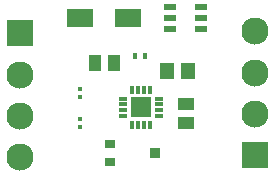
<source format=gbr>
%TF.GenerationSoftware,KiCad,Pcbnew,(6.0.11)*%
%TF.CreationDate,2023-02-13T21:24:02+05:30*%
%TF.ProjectId,charg,63686172-672e-46b6-9963-61645f706362,rev?*%
%TF.SameCoordinates,Original*%
%TF.FileFunction,Soldermask,Top*%
%TF.FilePolarity,Negative*%
%FSLAX46Y46*%
G04 Gerber Fmt 4.6, Leading zero omitted, Abs format (unit mm)*
G04 Created by KiCad (PCBNEW (6.0.11)) date 2023-02-13 21:24:02*
%MOMM*%
%LPD*%
G01*
G04 APERTURE LIST*
%ADD10R,0.812800X0.762000*%
%ADD11R,2.200000X1.550000*%
%ADD12R,0.400000X0.500000*%
%ADD13R,1.020000X1.470000*%
%ADD14R,1.155700X1.397000*%
%ADD15R,1.100000X0.550000*%
%ADD16R,2.300000X2.300000*%
%ADD17C,2.300000*%
%ADD18R,0.420000X0.460000*%
%ADD19R,1.470000X1.020000*%
%ADD20R,0.800000X0.300000*%
%ADD21R,0.300000X0.800000*%
%ADD22R,1.760000X1.760000*%
%ADD23R,0.850000X0.850000*%
G04 APERTURE END LIST*
D10*
%TO.C,R2*%
X146050000Y-65544700D03*
X146050000Y-63995300D03*
%TD*%
D11*
%TO.C,D2*%
X147560000Y-53340000D03*
X143460000Y-53340000D03*
%TD*%
D12*
%TO.C,C4*%
X148190000Y-56515000D03*
X148990000Y-56515000D03*
%TD*%
D13*
%TO.C,C3*%
X146400000Y-57150000D03*
X144780000Y-57150000D03*
%TD*%
D14*
%TO.C,L1*%
X150882350Y-57785000D03*
X152647650Y-57785000D03*
%TD*%
D15*
%TO.C,IC1*%
X151130000Y-52390000D03*
X151130000Y-53340000D03*
X151130000Y-54290000D03*
X153730000Y-54290000D03*
X153730000Y-53340000D03*
X153730000Y-52390000D03*
%TD*%
D16*
%TO.C,J1*%
X138430000Y-54610000D03*
D17*
X138430000Y-58110000D03*
X138430000Y-61610000D03*
X138430000Y-65110000D03*
%TD*%
D18*
%TO.C,C2*%
X143510000Y-61900000D03*
X143510000Y-62560000D03*
%TD*%
D19*
%TO.C,C5*%
X152488900Y-60610000D03*
X152488900Y-62230000D03*
%TD*%
D20*
%TO.C,IC2*%
X147150000Y-60140000D03*
X147150000Y-60640000D03*
X147150000Y-61140000D03*
X147150000Y-61640000D03*
D21*
X147900000Y-62390000D03*
X148400000Y-62390000D03*
X148900000Y-62390000D03*
X149400000Y-62390000D03*
D20*
X150150000Y-61640000D03*
X150150000Y-61140000D03*
X150150000Y-60640000D03*
X150150000Y-60140000D03*
D21*
X149400000Y-59390000D03*
X148900000Y-59390000D03*
X148400000Y-59390000D03*
X147900000Y-59390000D03*
D22*
X148650000Y-60890000D03*
%TD*%
D18*
%TO.C,C1*%
X143510000Y-60020000D03*
X143510000Y-59360000D03*
%TD*%
D16*
%TO.C,J2*%
X158300000Y-64940000D03*
D17*
X158300000Y-61440000D03*
X158300000Y-57940000D03*
X158300000Y-54440000D03*
%TD*%
D23*
%TO.C,J4*%
X149860000Y-64770000D03*
%TD*%
M02*

</source>
